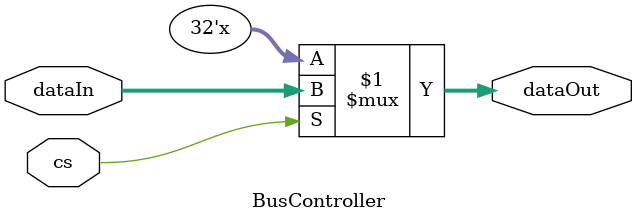
<source format=v>
module BusController(
	input cs,
	input[31:0] dataIn,
	output[31:0] dataOut
);

	assign dataOut = (cs)? dataIn : 32'bz; 


endmodule
</source>
